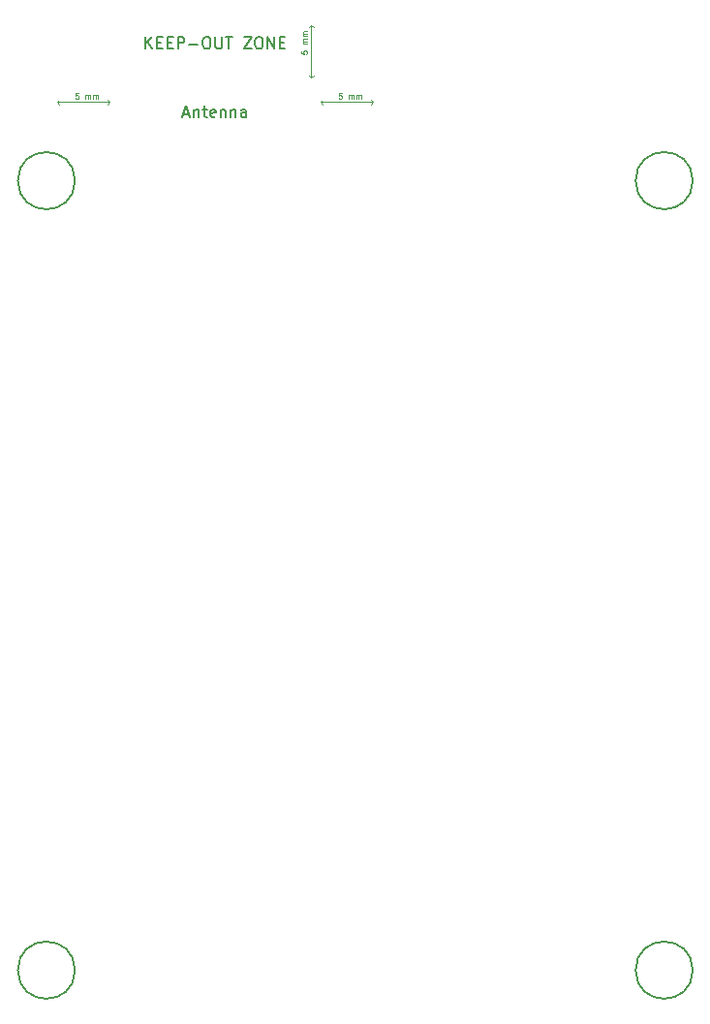
<source format=gbr>
%TF.GenerationSoftware,KiCad,Pcbnew,(6.0.1)*%
%TF.CreationDate,2023-01-01T21:05:58-08:00*%
%TF.ProjectId,ESP32 Protoboard - Small R1,45535033-3220-4507-926f-746f626f6172,rev?*%
%TF.SameCoordinates,Original*%
%TF.FileFunction,Other,Comment*%
%FSLAX46Y46*%
G04 Gerber Fmt 4.6, Leading zero omitted, Abs format (unit mm)*
G04 Created by KiCad (PCBNEW (6.0.1)) date 2023-01-01 21:05:58*
%MOMM*%
%LPD*%
G01*
G04 APERTURE LIST*
%ADD10C,0.150000*%
%ADD11C,0.100000*%
G04 APERTURE END LIST*
D10*
%TO.C,U1*%
X14988095Y2833333D02*
X15464285Y2833333D01*
X14892857Y2547619D02*
X15226190Y3547619D01*
X15559523Y2547619D01*
X15892857Y3214285D02*
X15892857Y2547619D01*
X15892857Y3119047D02*
X15940476Y3166666D01*
X16035714Y3214285D01*
X16178571Y3214285D01*
X16273809Y3166666D01*
X16321428Y3071428D01*
X16321428Y2547619D01*
X16654761Y3214285D02*
X17035714Y3214285D01*
X16797619Y3547619D02*
X16797619Y2690476D01*
X16845238Y2595238D01*
X16940476Y2547619D01*
X17035714Y2547619D01*
X17750000Y2595238D02*
X17654761Y2547619D01*
X17464285Y2547619D01*
X17369047Y2595238D01*
X17321428Y2690476D01*
X17321428Y3071428D01*
X17369047Y3166666D01*
X17464285Y3214285D01*
X17654761Y3214285D01*
X17750000Y3166666D01*
X17797619Y3071428D01*
X17797619Y2976190D01*
X17321428Y2880952D01*
X18226190Y3214285D02*
X18226190Y2547619D01*
X18226190Y3119047D02*
X18273809Y3166666D01*
X18369047Y3214285D01*
X18511904Y3214285D01*
X18607142Y3166666D01*
X18654761Y3071428D01*
X18654761Y2547619D01*
X19130952Y3214285D02*
X19130952Y2547619D01*
X19130952Y3119047D02*
X19178571Y3166666D01*
X19273809Y3214285D01*
X19416666Y3214285D01*
X19511904Y3166666D01*
X19559523Y3071428D01*
X19559523Y2547619D01*
X20464285Y2547619D02*
X20464285Y3071428D01*
X20416666Y3166666D01*
X20321428Y3214285D01*
X20130952Y3214285D01*
X20035714Y3166666D01*
X20464285Y2595238D02*
X20369047Y2547619D01*
X20130952Y2547619D01*
X20035714Y2595238D01*
X19988095Y2690476D01*
X19988095Y2785714D01*
X20035714Y2880952D01*
X20130952Y2928571D01*
X20369047Y2928571D01*
X20464285Y2976190D01*
X11678571Y8547619D02*
X11678571Y9547619D01*
X12250000Y8547619D02*
X11821428Y9119047D01*
X12250000Y9547619D02*
X11678571Y8976190D01*
X12678571Y9071428D02*
X13011904Y9071428D01*
X13154761Y8547619D02*
X12678571Y8547619D01*
X12678571Y9547619D01*
X13154761Y9547619D01*
X13583333Y9071428D02*
X13916666Y9071428D01*
X14059523Y8547619D02*
X13583333Y8547619D01*
X13583333Y9547619D01*
X14059523Y9547619D01*
X14488095Y8547619D02*
X14488095Y9547619D01*
X14869047Y9547619D01*
X14964285Y9500000D01*
X15011904Y9452380D01*
X15059523Y9357142D01*
X15059523Y9214285D01*
X15011904Y9119047D01*
X14964285Y9071428D01*
X14869047Y9023809D01*
X14488095Y9023809D01*
X15488095Y8928571D02*
X16250000Y8928571D01*
X16916666Y9547619D02*
X17107142Y9547619D01*
X17202380Y9500000D01*
X17297619Y9404761D01*
X17345238Y9214285D01*
X17345238Y8880952D01*
X17297619Y8690476D01*
X17202380Y8595238D01*
X17107142Y8547619D01*
X16916666Y8547619D01*
X16821428Y8595238D01*
X16726190Y8690476D01*
X16678571Y8880952D01*
X16678571Y9214285D01*
X16726190Y9404761D01*
X16821428Y9500000D01*
X16916666Y9547619D01*
X17773809Y9547619D02*
X17773809Y8738095D01*
X17821428Y8642857D01*
X17869047Y8595238D01*
X17964285Y8547619D01*
X18154761Y8547619D01*
X18250000Y8595238D01*
X18297619Y8642857D01*
X18345238Y8738095D01*
X18345238Y9547619D01*
X18678571Y9547619D02*
X19250000Y9547619D01*
X18964285Y8547619D02*
X18964285Y9547619D01*
X20250000Y9547619D02*
X20916666Y9547619D01*
X20250000Y8547619D01*
X20916666Y8547619D01*
X21488095Y9547619D02*
X21678571Y9547619D01*
X21773809Y9500000D01*
X21869047Y9404761D01*
X21916666Y9214285D01*
X21916666Y8880952D01*
X21869047Y8690476D01*
X21773809Y8595238D01*
X21678571Y8547619D01*
X21488095Y8547619D01*
X21392857Y8595238D01*
X21297619Y8690476D01*
X21250000Y8880952D01*
X21250000Y9214285D01*
X21297619Y9404761D01*
X21392857Y9500000D01*
X21488095Y9547619D01*
X22345238Y8547619D02*
X22345238Y9547619D01*
X22916666Y8547619D01*
X22916666Y9547619D01*
X23392857Y9071428D02*
X23726190Y9071428D01*
X23869047Y8547619D02*
X23392857Y8547619D01*
X23392857Y9547619D01*
X23869047Y9547619D01*
D11*
X25276190Y8336904D02*
X25276190Y8098809D01*
X25514285Y8075000D01*
X25490476Y8098809D01*
X25466666Y8146428D01*
X25466666Y8265476D01*
X25490476Y8313095D01*
X25514285Y8336904D01*
X25561904Y8360714D01*
X25680952Y8360714D01*
X25728571Y8336904D01*
X25752380Y8313095D01*
X25776190Y8265476D01*
X25776190Y8146428D01*
X25752380Y8098809D01*
X25728571Y8075000D01*
X25776190Y8955952D02*
X25442857Y8955952D01*
X25490476Y8955952D02*
X25466666Y8979761D01*
X25442857Y9027380D01*
X25442857Y9098809D01*
X25466666Y9146428D01*
X25514285Y9170238D01*
X25776190Y9170238D01*
X25514285Y9170238D02*
X25466666Y9194047D01*
X25442857Y9241666D01*
X25442857Y9313095D01*
X25466666Y9360714D01*
X25514285Y9384523D01*
X25776190Y9384523D01*
X25776190Y9622619D02*
X25442857Y9622619D01*
X25490476Y9622619D02*
X25466666Y9646428D01*
X25442857Y9694047D01*
X25442857Y9765476D01*
X25466666Y9813095D01*
X25514285Y9836904D01*
X25776190Y9836904D01*
X25514285Y9836904D02*
X25466666Y9860714D01*
X25442857Y9908333D01*
X25442857Y9979761D01*
X25466666Y10027380D01*
X25514285Y10051190D01*
X25776190Y10051190D01*
X5811904Y4648809D02*
X5573809Y4648809D01*
X5550000Y4410714D01*
X5573809Y4434523D01*
X5621428Y4458333D01*
X5740476Y4458333D01*
X5788095Y4434523D01*
X5811904Y4410714D01*
X5835714Y4363095D01*
X5835714Y4244047D01*
X5811904Y4196428D01*
X5788095Y4172619D01*
X5740476Y4148809D01*
X5621428Y4148809D01*
X5573809Y4172619D01*
X5550000Y4196428D01*
X6430952Y4148809D02*
X6430952Y4482142D01*
X6430952Y4434523D02*
X6454761Y4458333D01*
X6502380Y4482142D01*
X6573809Y4482142D01*
X6621428Y4458333D01*
X6645238Y4410714D01*
X6645238Y4148809D01*
X6645238Y4410714D02*
X6669047Y4458333D01*
X6716666Y4482142D01*
X6788095Y4482142D01*
X6835714Y4458333D01*
X6859523Y4410714D01*
X6859523Y4148809D01*
X7097619Y4148809D02*
X7097619Y4482142D01*
X7097619Y4434523D02*
X7121428Y4458333D01*
X7169047Y4482142D01*
X7240476Y4482142D01*
X7288095Y4458333D01*
X7311904Y4410714D01*
X7311904Y4148809D01*
X7311904Y4410714D02*
X7335714Y4458333D01*
X7383333Y4482142D01*
X7454761Y4482142D01*
X7502380Y4458333D01*
X7526190Y4410714D01*
X7526190Y4148809D01*
X28811904Y4648809D02*
X28573809Y4648809D01*
X28550000Y4410714D01*
X28573809Y4434523D01*
X28621428Y4458333D01*
X28740476Y4458333D01*
X28788095Y4434523D01*
X28811904Y4410714D01*
X28835714Y4363095D01*
X28835714Y4244047D01*
X28811904Y4196428D01*
X28788095Y4172619D01*
X28740476Y4148809D01*
X28621428Y4148809D01*
X28573809Y4172619D01*
X28550000Y4196428D01*
X29430952Y4148809D02*
X29430952Y4482142D01*
X29430952Y4434523D02*
X29454761Y4458333D01*
X29502380Y4482142D01*
X29573809Y4482142D01*
X29621428Y4458333D01*
X29645238Y4410714D01*
X29645238Y4148809D01*
X29645238Y4410714D02*
X29669047Y4458333D01*
X29716666Y4482142D01*
X29788095Y4482142D01*
X29835714Y4458333D01*
X29859523Y4410714D01*
X29859523Y4148809D01*
X30097619Y4148809D02*
X30097619Y4482142D01*
X30097619Y4434523D02*
X30121428Y4458333D01*
X30169047Y4482142D01*
X30240476Y4482142D01*
X30288095Y4458333D01*
X30311904Y4410714D01*
X30311904Y4148809D01*
X30311904Y4410714D02*
X30335714Y4458333D01*
X30383333Y4482142D01*
X30454761Y4482142D01*
X30502380Y4458333D01*
X30526190Y4410714D01*
X30526190Y4148809D01*
D10*
%TO.C,H4*%
X59500000Y-72000000D02*
G75*
G03*
X59500000Y-72000000I-2500000J0D01*
G01*
%TO.C,H3*%
X59500000Y-3000000D02*
G75*
G03*
X59500000Y-3000000I-2500000J0D01*
G01*
%TO.C,H2*%
X5500000Y-72000000D02*
G75*
G03*
X5500000Y-72000000I-2500000J0D01*
G01*
D11*
%TO.C,U1*%
X8550000Y3875000D02*
X8350000Y4075000D01*
X26950000Y3875000D02*
X27150000Y4075000D01*
X3950000Y3875000D02*
X4150000Y3675000D01*
X26150000Y6000000D02*
X25950000Y6200000D01*
X8550000Y3875000D02*
X8350000Y3675000D01*
X31550000Y3875000D02*
X31350000Y4075000D01*
X26150000Y10600000D02*
X25950000Y10400000D01*
X3950000Y3875000D02*
X4150000Y4075000D01*
X31550000Y3875000D02*
X31350000Y3675000D01*
X26150000Y6000000D02*
X26150000Y10600000D01*
X26950000Y3875000D02*
X27150000Y3675000D01*
X26950000Y3875000D02*
X31550000Y3875000D01*
X26150000Y6000000D02*
X26350000Y6200000D01*
X3950000Y3875000D02*
X8550000Y3875000D01*
X26150000Y10600000D02*
X26350000Y10400000D01*
D10*
%TO.C,H1*%
X5500000Y-3000000D02*
G75*
G03*
X5500000Y-3000000I-2500000J0D01*
G01*
%TD*%
M02*

</source>
